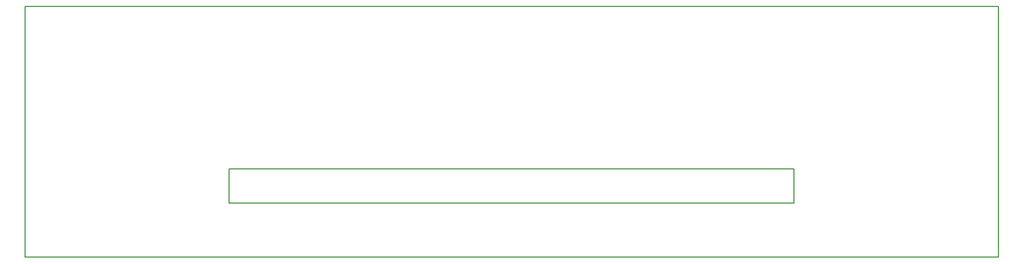
<source format=gbr>
G04 #@! TF.FileFunction,Profile,NP*
%FSLAX46Y46*%
G04 Gerber Fmt 4.6, Leading zero omitted, Abs format (unit mm)*
G04 Created by KiCad (PCBNEW 4.0.7+dfsg1-1) date Mon Nov  5 17:33:27 2018*
%MOMM*%
%LPD*%
G01*
G04 APERTURE LIST*
%ADD10C,0.100000*%
%ADD11C,0.150000*%
G04 APERTURE END LIST*
D10*
D11*
X221975000Y-131100000D02*
X132375000Y-131100000D01*
X132375000Y-125700000D02*
X221975000Y-125700000D01*
X221975000Y-125700000D02*
X221975000Y-131100000D01*
X132375000Y-125700000D02*
X132375000Y-131100000D01*
X254400000Y-139710000D02*
X100000000Y-139710000D01*
X254400000Y-100000000D02*
X254400000Y-139710000D01*
X100000000Y-100000000D02*
X254350000Y-100000000D01*
X100000000Y-100000000D02*
X100000000Y-139710000D01*
M02*

</source>
